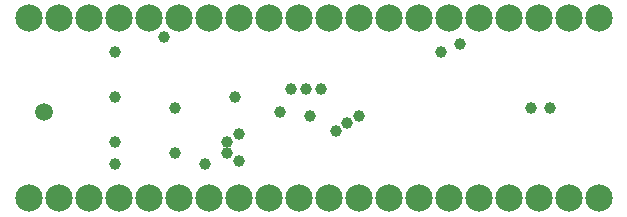
<source format=gbs>
G75*
%MOIN*%
%OFA0B0*%
%FSLAX24Y24*%
%IPPOS*%
%LPD*%
%AMOC8*
5,1,8,0,0,1.08239X$1,22.5*
%
%ADD10C,0.0907*%
%ADD11C,0.0595*%
%ADD12C,0.0390*%
D10*
X000680Y000680D03*
X001680Y000680D03*
X002680Y000680D03*
X003680Y000680D03*
X004680Y000680D03*
X005680Y000680D03*
X006680Y000680D03*
X007680Y000680D03*
X008680Y000680D03*
X009680Y000680D03*
X010680Y000680D03*
X011680Y000680D03*
X012680Y000680D03*
X013680Y000680D03*
X014680Y000680D03*
X015680Y000680D03*
X016680Y000680D03*
X017680Y000680D03*
X018680Y000680D03*
X019680Y000680D03*
X019680Y006680D03*
X018680Y006680D03*
X017680Y006680D03*
X016680Y006680D03*
X015680Y006680D03*
X014680Y006680D03*
X013680Y006680D03*
X012680Y006680D03*
X011680Y006680D03*
X010680Y006680D03*
X009680Y006680D03*
X008680Y006680D03*
X007680Y006680D03*
X006680Y006680D03*
X005680Y006680D03*
X004680Y006680D03*
X003680Y006680D03*
X002680Y006680D03*
X001680Y006680D03*
X000680Y006680D03*
D11*
X001180Y003555D03*
D12*
X003555Y004055D03*
X005555Y003680D03*
X007555Y004055D03*
X009055Y003555D03*
X010055Y003430D03*
X011305Y003180D03*
X011680Y003430D03*
X010930Y002930D03*
X007680Y002805D03*
X007305Y002555D03*
X007305Y002180D03*
X007680Y001930D03*
X006555Y001805D03*
X005555Y002180D03*
X003555Y001806D03*
X003555Y002555D03*
X009430Y004305D03*
X009930Y004305D03*
X010430Y004305D03*
X014430Y005555D03*
X015055Y005805D03*
X017430Y003680D03*
X018055Y003680D03*
X005180Y006055D03*
X003555Y005555D03*
M02*

</source>
